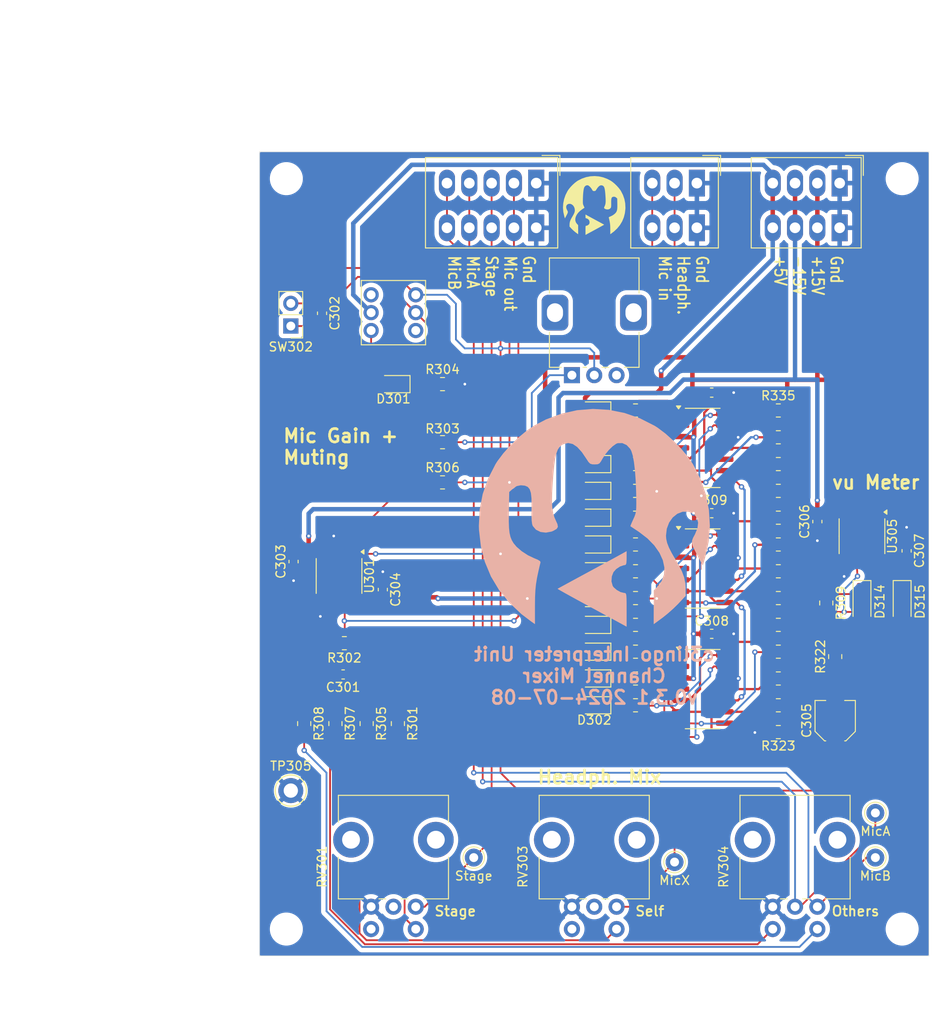
<source format=kicad_pcb>
(kicad_pcb (version 20240108) (generator "pcbnew") (generator_version "8.0")
  (title_block (title "c3lingo interpeter unit -- channel strip") (date "2024-07-07") (rev "v0.3") (company "Jannik Beyerstedt (jtbx)") (comment 1 "Prototype 2"))
  (layers (0 "F.Cu" signal) (31 "B.Cu" signal) (34 "B.Paste" user) (35 "F.Paste" user) (36 "B.SilkS" user "B.Silkscreen") (37 "F.SilkS" user "F.Silkscreen") (38 "B.Mask" user) (39 "F.Mask" user) (44 "Edge.Cuts" user))
  (net 0 "")
  (net 1 "-15V")
  (net 2 "+15V")
  (net 3 "GND")
  (net 4 "Net-(U301B--)")
  (net 5 "Net-(SW301A-B)")
  (net 6 "Net-(D301-K)")
  (net 7 "Net-(C305-Pad2)")
  (net 8 "Net-(D301-A)")
  (net 9 "Net-(D302-K)")
  (net 10 "Net-(D303-K)")
  (net 11 "Net-(D304-K)")
  (net 12 "Net-(D305-K)")
  (net 13 "Net-(D306-K)")
  (net 14 "Net-(D307-K)")
  (net 15 "Net-(D308-K)")
  (net 16 "Net-(D309-K)")
  (net 17 "Net-(D310-K)")
  (net 18 "Net-(D311-K)")
  (net 19 "Net-(D312-K)")
  (net 20 "Net-(D313-K)")
  (net 21 "Net-(D314-K)")
  (net 22 "Net-(D314-A)")
  (net 23 "/Mic_OthersB")
  (net 24 "/Mic_OthersA")
  (net 25 "/Stage")
  (net 26 "Net-(R310-Pad2)")
  (net 27 "Net-(R311-Pad2)")
  (net 28 "Net-(R312-Pad2)")
  (net 29 "Net-(R313-Pad2)")
  (net 30 "Net-(R314-Pad2)")
  (net 31 "Net-(R315-Pad2)")
  (net 32 "Net-(R316-Pad2)")
  (net 33 "Net-(R317-Pad2)")
  (net 34 "Net-(R318-Pad2)")
  (net 35 "Net-(R319-Pad2)")
  (net 36 "Net-(R320-Pad2)")
  (net 37 "Net-(R321-Pad2)")
  (net 38 "Net-(D315-K)")
  (net 39 "Net-(R305-Pad2)")
  (net 40 "Net-(U302D-+)")
  (net 41 "Net-(U302C-+)")
  (net 42 "Net-(U302B-+)")
  (net 43 "Net-(U302A-+)")
  (net 44 "Net-(U303D-+)")
  (net 45 "Net-(U303C-+)")
  (net 46 "Net-(U303B-+)")
  (net 47 "Net-(U303A-+)")
  (net 48 "Net-(U304D-+)")
  (net 49 "Net-(U304C-+)")
  (net 50 "/Mic_X")
  (net 52 "Net-(U304B-+)")
  (net 53 "Net-(U304A-+)")
  (net 54 "/Headphone")
  (net 56 "/MicPre")
  (net 57 "Net-(R301-Pad2)")
  (net 58 "Net-(R303-Pad1)")
  (net 60 "Net-(R307-Pad2)")
  (net 61 "Net-(R308-Pad2)")
  (net 62 "+5V")
  (footprint "c3lingo_unit-footprints:Potentiometer_Alps_RK09K_Double_Vertical" (layer "F.Cu") (at 67.5 164.5 90)
    (property "Reference" "RV301")
    (property "Value" "50K log.")
  )
  (footprint "c3lingo_unit-footprints:Potentiometer_Alps_RK09K_Double_Vertical" (layer "F.Cu") (at 90 164.5 90)
    (property "Reference" "RV303")
    (property "Value" "50K log.")
  )
  (footprint "Potentiometer_THT:Potentiometer_Alps_RK09K_Single_Vertical" (layer "F.Cu") (at 85 105 90)
    (property "Reference" "RV302" (hide yes))
    (property "Value" "10K log.")
  )
  (footprint "c3lingo_unit-footprints:Potentiometer_Alps_RK09K_Double_Vertical" (layer "F.Cu") (at 112.5 164.5 90)
    (property "Reference" "RV304")
    (property "Value" "50K log. st.")
  )
  (footprint "TestPoint:TestPoint_THTPad_D2.0mm_Drill1.0mm" (layer "F.Cu") (at 74 159)
    (property "Reference" "TP301" (hide yes))
    (property "Value" "Stage")
  )
  (footprint "LED_SMD:LED_0805_2012Metric_Pad1.15x1.40mm_HandSolder" (layer "F.Cu") (at 65 106 180)
    (property "Reference" "D301")
    (property "Value" "On-Air (rd)")
  )
  (footprint "TerminalBlock_Phoenix:TerminalBlock_Phoenix_PTSM-0,5-4-2.5-H-THR_1x04_P2.50mm_Horizontal" (layer "F.Cu") (at 115 83.5 180)
    (property "Reference" "J302" (hide yes))
    (property "Value" "PowerSupply")
  )
  (footprint "TerminalBlock_Phoenix:TerminalBlock_Phoenix_PTSM-0,5-5-2.5-H-THR_1x05_P2.50mm_Horizontal" (layer "F.Cu") (at 81 83.5 180)
    (property "Reference" "J303" (hide yes))
    (property "Value" "I/O")
  )
  (footprint "Resistor_SMD:R_0805_2012Metric_Pad1.20x1.40mm_HandSolder" (layer "F.Cu") (at 70.5 106)
    (property "Reference" "R304")
    (property "Value" "150R")
  )
  (footprint "c3lingo_unit-footprints:SW_APEM_MHPS2273_DPDT" (layer "F.Cu") (at 65 98 -90)
    (property "Reference" "SW301" (hide yes))
    (property "Value" "OnAir_X" (hide yes))
  )
  (footprint "MountingHole:MountingHole_3.2mm_M3" (layer "F.Cu") (at 53 83)
    (property "Reference" "H301" (hide yes))
    (property "Value" "MountingHole" (hide yes))
  )
  (footprint "MountingHole:MountingHole_3.2mm_M3" (layer "F.Cu") (at 53 167)
    (property "Reference" "H302" (hide yes))
    (property "Value" "MountingHole")
  )
  (footprint "MountingHole:MountingHole_3.2mm_M3" (layer "F.Cu") (at 122 167)
    (property "Reference" "H303" (hide yes))
    (property "Value" "MountingHole")
  )
  (footprint "Resistor_SMD:R_0805_2012Metric_Pad1.20x1.40mm_HandSolder" (layer "F.Cu") (at 108.125 138.95)
    (property "Reference" "R325" (hide yes))
    (property "Value" "68R")
  )
  (footprint "Resistor_SMD:R_0805_2012Metric_Pad1.20x1.40mm_HandSolder" (layer "F.Cu") (at 70.5 112.5 180)
    (property "Reference" "R303")
    (property "Value" "56R")
  )
  (footprint "Capacitor_SMD:C_0603_1608Metric_Pad1.08x0.95mm_HandSolder" (layer "F.Cu") (at 53.81 125.8625 90)
    (property "Reference" "C303")
    (property "Value" "100nF")
  )
  (footprint "MountingHole:MountingHole_3.2mm_M3" (layer "F.Cu") (at 122 83)
    (property "Reference" "H304" (hide yes))
    (property "Value" "MountingHole" (hide yes))
  )
  (footprint "Resistor_SMD:R_0805_2012Metric_Pad1.20x1.40mm_HandSolder" (layer "F.Cu") (at 92.125 126.95)
    (property "Reference" "R315" (hide yes))
    (property "Value" "150R")
  )
  (footprint "Resistor_SMD:R_0805_2012Metric_Pad1.20x1.40mm_HandSolder" (layer "F.Cu") (at 92.125 123.95)
    (property "Reference" "R316" (hide yes))
    (property "Value" "110R")
  )
  (footprint "Resistor_SMD:R_0805_2012Metric_Pad1.20x1.40mm_HandSolder" (layer "F.Cu") (at 92.125 138.95)
    (property "Reference" "R311" (hide yes))
    (property "Value" "150R")
  )
  (footprint "TestPoint:TestPoint_Keystone_5005-5009_Compact" (layer "F.Cu") (at 53.5 151.5)
    (property "Reference" "TP305")
    (property "Value" "GND")
  )
  (footprint "TestPoint:TestPoint_THTPad_D2.0mm_Drill1.0mm" (layer "F.Cu") (at 119 154)
    (property "Reference" "TP303" (hide yes))
    (property "Value" "MicA")
  )
  (footprint "Diode_SMD:D_SOD-123" (layer "F.Cu") (at 117.5 130.35 -90)
    (property "Reference" "D314")
    (property "Value" "1N4148")
  )
  (footprint "Capacitor_SMD:C_0603_1608Metric_Pad1.08x0.95mm_HandSolder" (layer "F.Cu") (at 112.5 121.3875 90)
    (property "Reference" "C306")
    (property "Value" "100nF")
  )
  (footprint "Resistor_SMD:R_0805_2012Metric_Pad1.20x1.40mm_HandSolder" (layer "F.Cu") (at 108.125 126.95)
    (property "Reference" "R329" (hide yes))
    (property "Value" "390R")
  )
  (footprint "LED_SMD:LED_0805_2012Metric_Pad1.15x1.40mm_HandSolder" (layer "F.Cu") (at 87.5 123.95 180)
    (property "Reference" "D308" (hide yes))
    (property "Value" "gn")
  )
  (footprint "Capacitor_SMD:C_0603_1608Metric_Pad1.08x0.95mm_HandSolder" (layer "F.Cu") (at 100.6625 133.95)
    (property "Reference" "C308")
    (property "Value" "100nF")
  )
  (footprint "LED_SMD:LED_0805_2012Metric_Pad1.15x1.40mm_HandSolder" (layer "F.Cu") (at 87.5 141.95 180)
    (property "Reference" "D302")
    (property "Value" "rd")
  )
  (footprint "Capacitor_SMD:C_0603_1608Metric_Pad1.08x0.95mm_HandSolder" (layer "F.Cu") (at 100.6625 120.45)
    (property "Reference" "C309")
    (property "Value" "100nF")
  )
  (footprint "Resistor_SMD:R_0805_2012Metric_Pad1.20x1.40mm_HandSolder" (layer "F.Cu") (at 92.125 117.95)
    (property "Reference" "R318" (hide yes))
    (property "Value" "110R")
  )
  (footprint "Package_SO:SOIC-14_3.9x8.7mm_P1.27mm" (layer "F.Cu") (at 99.65 126.64)
    (property "Reference" "U303" (hide yes))
    (property "Value" "LM339")
  )
  (footprint "LED_SMD:LED_0805_2012Metric_Pad1.15x1.40mm_HandSolder" (layer "F.Cu") (at 87.5 108.95 180)
    (property "Reference" "D313" (hide yes))
    (property "Value" "rd")
  )
  (footprint "LED_SMD:LED_0805_2012Metric_Pad1.15x1.40mm_HandSolder" (layer "F.Cu") (at 87.5 111.95 180)
    (property "Reference" "D312" (hide yes))
    (property "Value" "ye")
  )
  (footprint "LED_SMD:LED_0805_2012Metric_Pad1.15x1.40mm_HandSolder" (layer "F.Cu") (at 87.5 132.95 180)
    (property "Reference" "D305" (hide yes))
    (property "Value" "rd")
  )
  (footprint "Resistor_SMD:R_0805_2012Metric_Pad1.20x1.40mm_HandSolder" (layer "F.Cu") (at 92.125 114.95)
    (property "Reference" "R319" (hide yes))
    (property "Value" "150R")
  )
  (footprint "Resistor_SMD:R_0805_2012Metric_Pad1.20x1.40mm_HandSolder" (layer "F.Cu") (at 108.125 108.95)
    (property "Reference" "R335")
    (property "Value" "2.7K")
  )
  (footprint "Resistor_SMD:R_0805_2012Metric_Pad1.20x1.40mm_HandSolder" (layer "F.Cu") (at 108.125 129.95)
    (property "Reference" "R328" (hide yes))
    (property "Value" "270R")
  )
  (footprint "c3lingo_unit-footprints:voctocat-07mm" (layer "F.Cu") (at 87.5 86)
    (property "Reference" "G***" (hide yes))
    (property "Value" "LOGO" (hide yes))
  )
  (footprint "LED_SMD:LED_0805_2012Metric_Pad1.15x1.40mm_HandSolder" (layer "F.Cu") (at 87.5 120.95 180)
    (property "Reference" "D309" (hide yes))
    (property "Value" "gn")
  )
  (footprint "Resistor_SMD:R_0805_2012Metric_Pad1.20x1.40mm_HandSolder" (layer "F.Cu") (at 62 144 -90)
    (property "Reference" "R305")
    (property "Value" "22K")
  )
  (footprint "LED_SMD:LED_0805_2012Metric_Pad1.15x1.40mm_HandSolder" (layer "F.Cu") (at 87.5 129.95 180)
    (property "Reference" "D306" (hide yes))
    (property "Value" "ye")
  )
  (footprint "Capacitor_SMD:C_0603_1608Metric_Pad1.08x0.95mm_HandSolder" (layer "F.Cu") (at 122.5 124.6625 -90)
    (property "Reference" "C307")
    (property "Value" "100nF")
  )
  (footprint "LED_SMD:LED_0805_2012Metric_Pad1.15x1.40mm_HandSolder" (layer "F.Cu") (at 87.5 138.95 180)
    (property "Reference" "D303" (hide yes))
    (property "Value" "rd")
  )
  (footprint "Connector_PinHeader_2.54mm:PinHeader_1x02_P2.54mm_Vertical" (layer "F.Cu") (at 53.5 99.5 180)
    (property "Reference" "SW302")
    (property "Value" "Mute_X")
  )
  (footprint "Resistor_SMD:R_0805_2012Metric_Pad1.20x1.40mm_HandSolder" (layer "F.Cu") (at 58.5 144 -90)
    (property "Reference" "R307")
    (property "Value" "22K")
  )
  (footprint "LED_SMD:LED_0805_2012Metric_Pad1.15x1.40mm_HandSolder" (layer "F.Cu") (at 87.5 117.95 180)
    (property "Reference" "D310" (hide yes))
    (property "Value" "gn")
  )
  (footprint "Package_SO:SOIC-8_3.9x4.9mm_P1.27mm" (layer "F.Cu") (at 117.5 123.025 -90)
    (property "Reference" "U305")
    (property "Value" "LM833-N")
  )
  (footprint "Resistor_SMD:R_0805_2012Metric_Pad1.20x1.40mm_HandSolder" (layer "F.Cu") (at 108.125 132.95)
    (property "Reference" "R327" (hide yes))
    (property "Value" "150R")
  )
  (footprint "Resistor_SMD:R_0805_2012Metric_Pad1.20x1.40mm_HandSolder" (layer "F.Cu") (at 108.125 120.95)
    (property "Reference" "R331" (hide yes))
    (property "Value" "1K")
  )
  (footprint "Capacitor_SMD:C_0603_1608Metric_Pad1.08x0.95mm_HandSolder" (layer "F.Cu") (at 57 98.0675 -90)
    (property "Reference" "C302")
    (property "Value" "1nF")
  )
  (footprint "Diode_SMD:D_SOD-123" (layer "F.Cu") (at 122 130.35 -90)
    (property "Reference" "D315")
    (property "Value" "1N4148")
  )
  (footprint "TestPoint:TestPoint_THTPad_D2.0mm_Drill1.0mm" (layer "F.Cu") (at 96.5 159.5)
    (property "Reference" "TP302" (hide yes))
    (property "Value" "MicX")
  )
  (footprint "Capacitor_SMD:C_0603_1608Metric_Pad1.08x0.95mm_HandSolder" (layer "F.Cu") (at 63.81 129 -90)
    (property "Reference" "C304")
    (property "Value" "100nF")
  )
  (footprint "Resistor_SMD:R_0805_2012Metric_Pad1.20x1.40mm_HandSolder" (layer "F.Cu") (at 108.125 111.95)
    (property "Reference" "R334" (hide yes))
    (property "Value" "3.9K")
  )
  (footprint "Resistor_SMD:R_0805_2012Metric_Pad1.20x1.40mm_HandSolder" (layer "F.Cu") (at 113.5 130.5 -90)
    (property "Reference" "R309")
    (property "Value" "12K")
  )
  (footprint "Resistor_SMD:R_0805_2012Metric_Pad1.20x1.40mm_HandSolder" (layer "F.Cu") (at 59.5 135 180)
    (property "Reference" "R302")
    (property "Value" "22K")
  )
  (footprint "Resistor_SMD:R_0805_2012Metric_Pad1.20x1.40mm_HandSolder" (layer "F.Cu") (at 92.125 141.95)
    (property "Reference" "R310" (hide yes))
    (property "Value" "150R")
  )
  (footprint "Resistor_SMD:R_0805_2012Metric_Pad1.20x1.40mm_HandSolder" (layer "F.Cu") (at 70.5 117)
    (property "Reference" "R306")
    (property "Value" "330R")
  )
  (footprint "LED_SMD:LED_0805_2012Metric_Pad1.15x1.40mm_HandSolder" (layer "F.Cu") (at 87.5 126.95 180)
    (property "Reference" "D307" (hide yes))
    (property "Value" "ye")
  )
  (footprint "Resistor_SMD:R_0805_2012Metric_Pad1.20x1.40mm_HandSolder" (layer "F.Cu") (at 92.125 108.95)
    (property "Reference" "R321" (hide yes))
    (property "Value" "150R")
  )
  (footprint "Resistor_SMD:R_0805_2012Metric_Pad1.20x1.40mm_HandSolder" (layer "F.Cu") (at 92.125 120.95)
    (property "Reference" "R317" (hide yes))
    (property "Value" "110R")
  )
  (footprint "LED_SMD:LED_0805_2012Metric_Pad1.15x1.40mm_HandSolder" (layer "F.Cu") (at 87.5 135.95 180)
    (property "Reference" "D304" (hide yes))
    (property "Value" "rd")
  )
  (footprint "Resistor_SMD:R_0805_2012Metric_Pad1.20x1.40mm_HandSolder" (layer "F.Cu") (at 92.125 111.95)
    (property "Reference" "R320" (hide yes))
    (property "Value" "150R")
  )
  (footprint "Resistor_SMD:R_0805_2012Metric_Pad1.20x1.40mm_HandSolder" (layer "F.Cu") (at 108.125 141.95)
    (property "Reference" "R324" (hide yes))
    (property "Value" "39R")
  )
  (footprint "Resistor_SMD:R_0805_2012Metric_Pad1.20x1.40mm_HandSolder" (layer "F.Cu") (at 55 144 -90)
    (property "Reference" "R308")
    (property "Value" "22K")
  )
  (footprint "Resistor_SMD:R_0805_2012Metric_Pad1.20x1.40mm_HandSolder" (layer "F.Cu") (at 108.125 135.95)
    (property "Reference" "R326" (hide yes))
    (property "Value" "100R")
  )
  (footprint "Resistor_SMD:R_0805_2012Metric_Pad1.20x1.40mm_HandSolder" (layer "F.Cu") (at 108.125 117.95)
    (property "Reference" "R332" (hide yes))
    (property "Value" "1.5K")
  )
  (footprint "Resistor_SMD:R_0805_2012Metric_Pad1.20x1.40mm_HandSolder" (layer "F.Cu") (at 92.125 129.95)
    (property "Reference" "R314" (hide yes))
    (property "Value" "150R")
  )
  (footprint "Resistor_SMD:R_0805_2012Metric_Pad1.20x1.40mm_HandSolder" (layer "F.Cu") (at 92.125 132.95)
    (property "Reference" "R313" (hide yes))
    (property "Value" "150R")
  )
  (footprint "Capacitor_SMD:C_Elec_4x5.8" (layer "F.Cu") (at 114.5 143.675 90)
    (property "Reference" "C305")
    (property "Value" "1uF")
  )
  (footprint "TestPoint:TestPoint_THTPad_D2.0mm_Drill1.0mm" (layer "F.Cu") (at 119 159)
    (property "Reference" "TP304" (hide yes))
    (property "Value" "MicB")
  )
  (footprint "Resistor_SMD:R_0805_2012Metric_Pad1.20x1.40mm_HandSolder" (layer "F.Cu") (at 92.125 135.95)
    (property "Reference" "R312" (hide yes))
    (property "Value" "150R")
  )
  (footprint "Package_SO:SOIC-14_3.9x8.7mm_P1.27mm" (layer "F.Cu") (at 99.65 140.14)
    (property "Reference" "U302" (hide yes))
    (property "Value" "LM339")
  )
  (footprint "Capacitor_SMD:C_0603_1608Metric_Pad1.08x0.95mm_HandSolder" (layer "F.Cu") (at 59.3625 138.5 180)
    (property "Reference" "C301")
    (property "Value" "22pF")
  )
  (footprint "Resistor_SMD:R_0805_2012Metric_Pad1.20x1.40mm_HandSolder" (layer "F.Cu") (at 65.5 144 -90)
    (property "Reference" "R301")
    (property "Value" "22K")
  )
  (footprint "Package_SO:SOIC-14_3.9x8.7mm_P1.27mm" (layer "F.Cu") (at 99.65 113.14)
    (property "Reference" "U304" (hide yes))
    (property "Value" "LM339")
  )
  (footprint "LED_SMD:LED_0805_2012Metric_Pad1.15x1.40mm_HandSolder" (layer "F.Cu") (at 87.5 114.95 180)
    (property "Reference" "D311" (hide yes))
    (property "Value" "ye")
  )
  (footprint "Resistor_SMD:R_0805_2012Metric_Pad1.20x1.40mm_HandSolder" (layer "F.Cu") (at 108.125 144.95)
    (property "Reference" "R323")
    (property "Value" "68R")
  )
  (footprint "Capacitor_SMD:C_0603_1608Metric_Pad1.08x0.95mm_HandSolder" (layer "F.Cu") (at 100.6625 106.95)
    (property "Reference" "C310" (hide yes))
    (property "Value" "100nF")
  )
  (footprint "Resistor_SMD:R_0805_2012Metric_Pad1.20x1.40mm_HandSolder" (layer "F.Cu") (at 108.125 123.95)
    (property "Reference" "R330" (hide yes))
    (property "Value" "680R")
  )
  (footprint "Package_SO:SOIC-8_3.9x4.9mm_P1.27mm" (layer "F.Cu") (at 58.905 127.475 -90)
    (property "Reference" "U301")
    (property "Value" "LM833-N")
  )
  (footprint "TerminalBlock_Phoenix:TerminalBlock_Phoenix_PTSM-0,5-3-2.5-H-THR_1x03_P2.50mm_Horizontal" (layer "F.Cu") (at 99 83.5 180)
    (property "Reference" "J301" (hide yes))
    (property "Value" "Interconnect")
  )
  (footprint "Resistor_SMD:R_0805_2012Metric_Pad1.20x1.40mm_HandSolder" (layer "F.Cu") (at 114.5 136.5 90)
    (property "Reference" "R322")
    (property "Value" "1K")
  )
  (footprint "Resistor_SMD:R_0805_2012Metric_Pad1.20x1.40mm_HandSolder" (layer "F.Cu") (at 108.125 114.95)
    (property "Reference" "R333" (hide yes))
    (property "Value" "2.7K")
  )
  (footprint "c3lingo_unit-footprints:voctocat-25mm" (layer "B.Cu") (at 87.5 120.95 180)
    (property "Reference" "G***" (hide yes))
    (property "Value" "LOGO" (hide yes))
  )
  (gr_line (start 50 170) (end 50 80) (stroke (width 0.05)) (layer "Edge.Cuts"))
  (gr_line (start 125 170) (end 50 170) (stroke (width 0.05)) (layer "Edge.Cuts"))
  (gr_line (start 125 80) (end 125 170) (stroke (width 0.05)) (layer "Edge.Cuts"))
  (gr_line (start 50 80) (end 125 80) (stroke (width 0.05)) (layer "Edge.Cuts"))
  (gr_text "c3lingo Interpreter Unit\nChannel Mixer\nv0.3.1 2024-07-08" (at 87.5 141.95 0) (layer "B.SilkS") (effects (font (size 1.5 1.5) (thickness 0.3) (bold yes)) (justify bottom mirror)))
  (gr_text "Headph. Mix" (at 81 150 0) (layer "F.SilkS") (effects (font (size 1.5 1.5) (thickness 0.3)) (justify left)))
  (gr_text "Gnd\nMic out\nStage\nMicA\nMicB" (at 76 91.5 -90) (layer "F.SilkS") (effects (font (size 1.3 1.1) (thickness 0.2)) (justify left)))
  (gr_text "Stage" (at 69.5 165 0) (layer "F.SilkS") (effects (font (size 1.1 1.1) (thickness 0.2)) (justify left)))
  (gr_text "Self" (at 92 165 0) (layer "F.SilkS") (effects (font (size 1.1 1.1) (thickness 0.2)) (justify left)))
  (gr_text "Others" (at 114 165 0) (layer "F.SilkS") (effects (font (size 1.1 1.1) (thickness 0.2)) (justify left)))
  (gr_text "Gnd\n+15V\n-15V\n+5V" (at 111.5 91.5 270) (layer "F.SilkS") (effects (font (size 1.3 1.1) (thickness 0.2)) (justify left)))
  (gr_text "Mic Gain +\nMuting" (at 52.5 113 0) (layer "F.SilkS") (effects (font (size 1.5 1.5) (thickness 0.3)) (justify left)))
  (gr_text "Gnd\nHeadph.\nMic in" (at 97.5 91.5 270) (layer "F.SilkS") (effects (font (size 1.3 1.1) (thickness 0.2)) (justify left)))
  (gr_text "vu Meter" (at 114 117 0) (layer "F.SilkS") (effects (font (size 1.5 1.5) (thickness 0.3)) (justify left)))
  (segment (start 56.905 125.025) (end 55.5 125.025) (width 0.5) (layer "F.Cu") (net 1))
  (segment (start 115.57 120.525) (end 115.595 120.55) (width 0.5) (layer "F.Cu") (net 1))
  (segment (start 112.5 120.525) (end 115.57 120.525) (width 0.5) (layer "F.Cu") (net 1))
  (segment (start 55.5 125.025) (end 53.835 125.025) (width 0.5) (layer "F.Cu") (net 1))
  (segment (start 55.5 123) (end 55.5 125.025) (width 0.5) (layer "F.Cu") (net 1))
  (segment (start 53.835 125.025) (end 53.81 125) (width 0.5) (layer "F.Cu") (net 1))
  (segment (start 112.5 119) (end 112.5 120.525) (width 0.5) (layer "F.Cu") (net 1))
  (segment (start 110 83.5) (end 110 88.5) (width 0.5) (layer "F.Cu") (net 1))
  (via (at 112.5 119) (size 0.6) (drill 0.3) (layers "F.Cu" "B.Cu") (net 1))
  (via (at 55.5 123) (size 0.6) (drill 0.3) (layers "F.Cu" "B.Cu") (net 1))
  (segment (start 56 120) (end 55.5 120.5) (width 0.5) (layer "B.Cu") (net 1))
  (segment (start 97.5 105.5) (end 110 105.5) (width 0.5) (layer "B.Cu") (net 1))
  (segment (start 83.5 107.5) (end 83.5 119) (width 0.5) (layer "B.Cu") (net 1))
  (segment (start 82.5 120) (end 56 120) (width 0.5) (layer "B.Cu") (net 1))
  (segment (start 84 107) (end 83.5 107.5) (width 0.5) (layer "B.Cu") (net 1))
  (segment (start 84 107) (end 96 107) (width 0.5) (layer "B.Cu") (net 1))
  (segment (start 112.5 105.5) (end 112.5 119) (width 0.5) (layer "B.Cu") (net 1))
  (segment (start 83.5 119) (end 82.5 120) (width 0.5) (layer "B.Cu") (net 1))
  (segment (start 96 107) (end 97.5 105.5) (width 0.5) (layer "B.Cu") (net 1))
  (segment (start 110 105.5) (end 112.5 105.5) (width 0.5) (layer "B.Cu") (net 1))
  (segment (start 110 105.5) (end 110 88.5) (width 0.5) (layer "B.Cu") (net 1))
  (segment (start 55.5 120.5) (end 55.5 123) (width 0.5) (layer "B.Cu") (net 1))
  (segment (start 112.5 88.5) (end 112.5 103) (width 0.5) (layer "F.Cu") (net 2))
  (segment (start 63.7225 129.95) (end 63.81 129.8625) (width 0.5) (layer "F.Cu") (net 2))
  (segment (start 98.625 111.95) (end 97.255 111.95) (width 0.5) (layer "F.Cu") (net 2))
  (segment (start 83 103) (end 82 104) (width 0.5) (layer "F.Cu") (net 2))
  (segment (start 97.255 138.95) (end 97.175 138.87) (width 0.5) (layer "F.Cu") (net 2))
  (segment (start 112.5 105.515) (end 120.515 105.515) (width 0.5) (layer "F.Cu") (net 2))
  (segment (start 60.81 129.95) (end 63.7225 129.95) (width 0.5) (layer "F.Cu") (net 2))
  (segment (start 98.5 106.5) (end 98.5 105.5) (width 0.5) (layer "F.Cu") (net 2))
  (segment (start 109.125 105.64) (end 109 105.515) (width 0.5) (layer "F.Cu") (net 2))
  (segment (start 98.625 120.45) (end 99.625 120.45) (width 0.5) (layer "F.Cu") (net 2))
  (segment (start 98.75 106.95) (end 99.8 106.95) (width 0.5) (layer "F.Cu") (net 2))
  (segment (start 98.515 105.515) (end 98.5 105.5) (width 0.5) (layer "F.Cu") (net 2))
  (segment (start 120.515 105.515) (end 121 106) (width 0.5) (layer "F.Cu") (net 2))
  (segment (start 97.255 111.95) (end 97.175 111.87) (width 0.5) (layer "F.Cu") (net 2))
  (segment (start 70 130) (end 69.8625 129.8625) (width 0.5) (layer "F.Cu") (net 2))
  (segment (start 98.625 133.95) (end 99.625 133.95) (width 0.5) (layer "F.Cu") (net 2))
  (segment (start 98 103) (end 98.5 103.5) (width 0.5) (layer "F.Cu") (net 2))
  (segment (start 119.405 125.5) (end 121 125.5) (width 0.5) (layer "F.Cu") (net 2))
  (segment (start 98.625 125.45) (end 97.255 125.45) (width 0.5) (layer "F.Cu") (net 2))
  (segment (start 81.5 130) (end 80 130) (width 0.5) (layer "F.Cu") (net 2))
  (segment (start 82 129.5) (end 81.5 130) (width 0.5) (layer "F.Cu") (net 2))
  (segment (start 98.5 103.5) (end 98.5 105.5) (width 0.5) (layer "F.Cu") (net 2))
  (segment (start 121 125.5) (end 122.475 125.5) (width 0.5) (layer "F.Cu") (net 2))
  (segment (start 98.7 106.7) (end 98.7 107) (width 0.5) (layer "F.Cu") (net 2))
  (segment (start 82 104) (end 82 129.5) (width 0.5) (layer "F.Cu") (net 2))
  (segment (start 98.625 138.95) (end 97.255 138.95) (width 0.5) (layer "F.Cu") (net 2))
  (segment (start 109.125 108.95) (end 109.125 105.64) (width 0.5) (layer "F.Cu") (net 2))
  (segment (start 97.255 125.45) (end 97.175 125.37) (width 0.5) (layer "F.Cu") (net 2))
  (segment (start 112.5 105.515) (end 109 105.515) (width 0.5) (layer "F.Cu") (net 2))
  (segment (start 98.7 107) (end 98.75 106.95) (width 0.5) (layer "F.Cu") (net 2))
  (segment (start 98.5 106.5) (end 98.7 106.7) (width 0.5) (layer "F.Cu") (net 2))
  (segment (start 83 103) (end 98 103) (width 0.5) (layer "F.Cu") (net 2))
  (segment (start 98.7 120.525) (end 98.7 125.375) (width 0.5) (layer "F.Cu") (net 2))
  (segment (start 109 105.515) (end 98.515 105.515) (width 0.5) (layer "F.Cu") (net 2))
  (segment (start 98.7 107) (end 98.7 111.875) (width 0.5) (layer "F.Cu") (net 2))
  (segment (start 98.7 125.375) (end 98.625 125.45) (width 0.5) (layer "F.Cu") (net 2))
  (segment (start 69.8625 129.8625) (end 63.81 129.8625) (width 0.5) (layer "F.Cu") (net 2))
  (segment (start 112.5 103) (end 112.5 105.515) (width 0.5) (layer "F.Cu") (net 2))
  (segment (start 112.5 83.5) (end 112.5 88.5) (width 0.5) (layer "F.Cu") (net 2))
  (segment (start 98.625 111.95) (end 98.7 111.875) (width 0.5) (layer "F.Cu") (net 2))
  (segment (start 121 106) (end 121 125.5) (width 0.5) (layer "F.Cu") (net 2))
  (segment (start 63.6975 129.975) (end 63.81 129.8625) (width 0.5) (layer "F.Cu") (net 2))
  (segment (start 122.475 125.5) (end 122.5 125.525) (width 0.5) (layer "F.Cu") (net 2))
  (segment (start 98.625 120.45) (end 98.7 120.525) (width 0.5) (layer "F.Cu") (net 2))
  (via (at 98.625 138.95) (size 0.6) (drill 0.3) (layers "F.Cu" "B.Cu") (net 2))
  (via (at 98.625 133.95) (size 0.6) (drill 0.3) (layers "F.Cu" "B.Cu") (net 2))
  (via (at 70 130) (size 0.6) (drill 0.3) (layers "F.Cu" "B.Cu") (net 2))
  (via (at 98.625 120.45) (size 0.6) (drill 0.3) (layers "F.Cu" "B.Cu") (net 2))
  (via (at 98.625 125.45) (size 0.6) (drill 0.3) (layers "F.Cu" "B.Cu") (net 2))
  (via (at 98.625 111.95) (size 0.6) (drill 0.3) (layers "F.Cu" "B.Cu") (net 2))
  (via (at 80 130) (size 0.6) (drill 0.3) (layers "F.Cu" "B.Cu") (net 2))
  (segment (start 98.625 125.45) (end 98.625 133.95) (width 0.5) (layer "B.Cu") (net 2))
  (segment (start 98.625 120.45) (end 98.625 111.95) (width 0.5) (layer "B.Cu") (net 2))
  (segment (start 98.625 133.95) (end 98.625 138.95) (width 0.5) (layer "B.Cu") (net 2))
  (segment (start 112.5 83.5) (end 112.5 83.34939) (width 0.5) (layer "B.Cu") (net 2))
  (segment (start 80 130) (end 70 130) (width 0.5) (layer "B.Cu") (net 2))
  (segment (start 101.7 133.95) (end 103.125 133.95) (width 0.5) (layer "F.Cu") (net 3))
  (segment (start 112.5 122.25) (end 112.5 123.525) (width 0.5) (layer "F.Cu") (net 3))
  (segment (start 115.595 127.43) (end 115.5 127.525) (width 0.5) (layer "F.Cu") (net 3))
  (segment (start 101.7 106.95) (end 103.125 106.95) (width 0.5) (layer "F.Cu") (net 3))
  (segment (start 115.595 125.5) (end 115.595 127.43) (width 0.5) (layer "F.Cu") (net 3))
  (segment (start 57 129.95) (end 57 131.81) (width 0.5) (layer "F.Cu") (net 3))
  (segment (start 102.125 138.87) (end 103.625 138.95) (width 0.5) (layer "F.Cu") (net 3))
  (segment (start 102.125 125.37) (end 103.625 125.45) (width 0.5) (layer "F.Cu") (net 3))
  (segment (start 105.5 145) (end 105.55 144.95) (width 0.5) (layer "F.Cu") (net 3))
  (segment (start 58.27 125) (end 58.31 123) (width 0.5) (layer "F.Cu") (net 3))
  (segment (start 103.545 111.87) (end 103.625 111.95) (width 0.5) (layer "F.Cu") (net 3))
  (segment (start 53.81 126.725) (end 53.81 128) (width 0.5) (layer "F.Cu") (net 3))
  (segment (start 107.125 144.95) (end 105.5 145) (width 0.5) (layer "F.Cu") (net 3))
  (segment (start 103.625 125.45) (end 103.545 125.37) (width 0.5) (layer "F.Cu") (net 3))
  (segment (start 58.31 123) (end 58.27 123.04) (width 0.5) (layer "F.Cu") (net 3))
  (segment (start 71.5 106) (end 73 106) (width 0.5) (layer "F.Cu") (net 3))
  (segment (start 101.7 120.45) (end 103.125 120.45) (width 0.5) (layer "F.Cu") (net 3))
  (segment (start 57 131.81) (end 56.81 132) (width 0.5) (layer "F.Cu") (net 3))
  (segment (start 102.125 111.87) (end 103.545 111.87) (width 0.5) (layer "F.Cu") (net 3))
  (segment (start 103.625 138.95) (end 103.545 138.87) (width 0.5) (layer "F.Cu") (net 3))
  (segment (start 122.5 123.8) (end 122.5 122.025) (width 0.5) (layer "F.Cu") (net 3))
  (segment (start 63.81 128.1375) (end 63.81 127) (width 0.5) (layer "F.Cu") (net 3))
  (via (at 53.81 128) (size 0.6) (drill 0.3) (layers "F.Cu" "B.Cu") (net 3))
  (via (at 73 106) (size 0.6) (drill 0.3) (layers "F.Cu" "B.Cu") (net 3))
  (via (at 103.125 106.95) (size 0.6) (drill 0.3) (layers "F.Cu" "B.Cu") (net 3))
  (via (at 112.5 123.525) (size 0.6) (drill 0.3) (layers "F.Cu" "B.Cu") (net 3))
  (via (at 122.5 122.025) (size 0.6) (drill 0.3) (layers "F.Cu" "B.Cu") (net 3))
  (via (at 115.5 127.525) (size 0.6) (drill 0.3) (layers "F.Cu" "B.Cu") (net 3))
  (via (at 103.125 120.45) (size 0.6) (drill 0.3) (layers "F.Cu" "B.Cu") (net 3))
  (via (at 58.31 123) (size 0.6) (drill 0.3) (layers "F.Cu" "B.Cu") (net 3))
  (via (at 103.125 133.95) (size 0.6) (drill 0.3) (layers "F.Cu" "B.Cu") (net 3))
  (via (at 103.625 138.95) (size 0.6) (drill 0.3) (layers "F.Cu" "B.Cu") (net 3))
  (via (at 56.81 132) (size 0.6) (drill 0.3) (layers "F.Cu" "B.Cu") (net 3))
  (via (at 63.81 127) (size 0.6) (drill 0.3) (layers "F.Cu" "B.Cu") (net 3))
  (via (at 103.625 111.95) (size 0.6) (drill 0.3) (layers "F.Cu" "B.Cu") (net 3))
  (via (at 103.625 125.45) (size 0.6) (drill 0.3) (layers "F.Cu" "B.Cu") (net 3))
  (via (at 105.5 145) (size 0.6) (drill 0.3) (layers "F.Cu" "B.Cu") (net 3))
  (segment (start 58.27 133.77) (end 58.27 129.95) (width 0.2) (layer "F.Cu") (net 4))
  (segment (start 58.5 138.5) (end 58.5 143) (width 0.2) (layer "F.Cu") (net 4))
  (segment (start 58.5 134) (end 58.27 133.77) (width 0.2) (layer "F.Cu") (net 4))
  (segment (start 55 143) (end 65.5 143) (width 0.2) (layer "F.Cu") (net 4))
  (segment (start 58.5 135) (end 58.5 134) (width 0.2) (layer "F.Cu") (net 4))
  (segment (start 58.5 138.5) (end 58.5 135) (width 0.2) (layer "F.Cu") (net 4))
  (segment (start 70.45 100.95) (end 70.45 108.55) (width 0.2) (layer "F.Cu") (net 5))
  (segment (start 58.525 96.475) (end 61 94) (width 0.2) (layer "F.Cu") (net 5))
  (segment (start 68 112.5) (end 69.5 112.5) (width 0.2) (layer "F.Cu") (net 5))
  (segment (start 53.5 99.5) (end 56.43 99.5) (width 0.2) (layer "F.Cu") (net 5))
  (segment (start 68 111) (end 68 112.5) (width 0.2) (layer "F.Cu") (net 5))
  (segment (start 69.5 112.5) (end 69.5 117) (width 0.2) (layer "F.Cu") (net 5))
  (segment (start 58.525 98.475) (end 58.07 98.93) (width 0.2) (layer "F.Cu") (net 5))
  (segment (start 70.45 108.55) (end 68 111) (width 0.2) (layer "F.Cu") (net 5))
  (segment (start 58.07 98.93) (end 57 98.93) (width 0.2) (layer "F.Cu") (net 5))
  (segment (start 58.525 98.475) (end 58.525 96.475) (width 0.2) (layer "F.Cu") (net 5))
  (segment (start 63.5 94) (end 61 94) (width 0.2) (layer "F.Cu") (net 5))
  (segment (start 56.43 99.5) (end 57 98.93) (width 0.2) (layer "F.Cu") (net 5))
  (segment (start 69.5 117) (end 69 117.5) (width 0.2) (layer "F.Cu") (net 5))
  (segment (start 66.065001 117.5) (end 59.54 124.025001) (width 0.2) (layer "F.Cu") (net 5))
  (segment (start 67.5 98) (end 70.45 100.95) (width 0.2) (layer "F.Cu") (net 5))
  (segment (start 67.5 98) (end 63.5 94) (width 0.2) (layer "F.Cu") (net 5))
  (segment (start 59.54 124.025001) (end 59.54 125) (width 0.2) (layer "F.Cu") (net 5))
  (segment (start 69 117.5) (end 66.065001 117.5) (width 0.2) (layer "F.Cu") (net 5))
  (segment (start 66.25 106) (end 69.5 106) (width 0.2) (layer "F.Cu") (net 6))
  (segment (start 114.5 142) (end 114.5 137.5) (width 0.2) (layer "F.Cu") (net 7))
  (segment (start 62.5 104.525) (end 63.975 106) (width 0.2) (layer "F.Cu") (net 8))
  (segment (start 62.5 100) (end 62.5 104.525) (width 0.2) (layer "F.Cu") (net 8))
  (segment (start 88.875 141.95) (end 91.125 141.95) (width 0.25) (layer "F.Cu") (net 9))
  (segment (start 88.875 138.95) (end 91.125 138.95) (width 0.25) (layer "F.Cu") (net 10))
  (segment (start 88.875 135.95) (end 91.125 135.95) (width 0.25) (layer "F.Cu") (net 11))
  (segment (start 88.875 132.95) (end 91.125 132.95) (width 0.25) (layer "F.Cu") (net 12))
  (segment (start 88.875 129.95) (end 91.125 129.95) (width 0.25) (layer "F.Cu") (net 13))
  (segment (start 88.875 126.95) (end 91.125 126.95) (width 0.25) (layer "F.Cu") (net 14))
  (segment (start 88.875 123.95) (end 91.125 123.95) (width 0.25) (layer "F.Cu") (net 15))
  (segment (start 88.875 120.95) (end 91.125 120.95) (width 0.25) (layer "F.Cu") (net 16))
  (segment (start 88.875 117.95) (end 91.125 117.95) (width 0.25) (layer "F.Cu") (net 17))
  (segment (start 88.875 114.95) (end 91.125 114.95) (width 0.25) (layer "F.Cu") (net 18))
  (segment (start 88.875 111.95) (end 91.125 111.95) (width 0.25) (layer "F.Cu") (net 19))
  (segment (start 88.875 108.95) (end 91.125 108.95) (width 0.25) (layer "F.Cu") (net 20))
  (segment (start 122 132) (end 122 131.5) (width 0.2) (layer "F.Cu") (net 21))
  (segment (start 118.135 128.065) (end 118.135 125.5) (width 0.2) (layer "F.Cu") (net 21))
  (segment (start 117.5 128.7) (end 118.135 128.065) (width 0.2) (layer "F.Cu") (net 21))
  (segment (start 122.619408 127.9) (end 118.3 127.9) (width 0.2) (layer "F.Cu") (net 21))
  (segment (start 118.3 127.9) (end 117.5 128.7) (width 0.2) (layer "F.Cu") (net 21))
  (segment (start 122.95 128.230592) (end 122.619408 127.9) (width 0.2) (layer "F.Cu") (net 21))
  (segment (start 122.95 130.55) (end 122.95 128.230592) (width 0.2) (layer "F.Cu") (net 21))
  (segment (start 122 131.5) (end 122.95 130.55) (width 0.2) (layer "F.Cu") (net 21))
  (segment (start 114.5 132.5) (end 113.5 131.5) (width 0.2) (layer "F.Cu") (net 22))
  (segment (start 117 131.5) (end 117.5 132) (width 0.2) (layer "F.Cu") (net 22))
  (segment (start 114.5 135.5) (end 114.5 132.5) (width 0.2) (layer "F.Cu") (net 22))
  (segment (start 117 127.5) (end 116.865 127.365) (width 0.2) (layer "F.Cu") (net 22))
  (segment (start 116.865 125.5) (end 117 127.5) (width 0.2) (layer "F.Cu") (net 22))
  (segment (start 113.5 131.5) (end 117 131.5) (width 0.2) (layer "F.Cu") (net 22))
  (via (at 115.5 131.5) (size 0.6) (drill 0.3) (layers "F.Cu" "B.Cu") (net 22))
  (via (at 117 127.5) (size 0.6) (drill 0.3) (layers "F.Cu" "B.Cu") (net 22))
  (segment (start 115.5 129) (end 115.5 131.5) (width 0.2) (layer "B.Cu") (net 22))
  (segment (start 117 127.5) (end 115.5 129) (width 0.2) (layer "B.Cu") (net 22))
  (segment (start 118 159) (end 119 159) (width 0.2) (layer "F.Cu") (net 23))
  (segment (start 71 89.636396) (end 74 92.636396) (width 0.2) (layer "F.Cu") (net 23))
  (segment (start 112.5 164.5) (end 118 159) (width 0.2) (layer "F.Cu") (net 23))
  (segment (start 71 88.5) (end 71 88.35) (width 0.2) (layer "F.Cu") (net 23))
  (segment (start 74 92.636396) (end 74 149.5) (width 0.2) (layer "F.Cu") (net 23))
  (segment (start 71 88.35) (end 71 89.636396) (width 0.2) (layer "F.Cu") (net 23))
  (segment (start 71 83.5) (end 71 88.5) (width 0.2) (layer "F.Cu") (net 23))
  (via (at 74 149.5) (size 0.6) (drill 0.3) (layers "F.Cu" "B.Cu") (net 23))
  (segment (start 111.5 152) (end 111.5 163.5) (width 0.2) (layer "B.Cu") (net 23))
  (segment (start 74 149.5) (end 109 149.5) (width 0.2) (layer "B.Cu") (net 23))
  (segment (start 109 149.5) (end 111.5 152) (width 0.2) (layer "B.Cu") (net 23))
  (segment (start 111.5 163.5) (end 112.5 164.5) (width 0.2) (layer "B.Cu") (net 23))
  (segment (start 119 156.073402) (end 119 154) (width 0.2) (layer "F.Cu") (net 24))
  (segment (start 73.5 91.5) (end 75 93) (width 0.2) (layer "F.Cu") (net 24))
  (segment (start 110.573402 164.5) (end 119 156.073402) (width 0.2) (layer "F.Cu") (net 24))
  (segment (start 110 164.5) (end 110.573402 164.5) (width 0.2) (layer "F.Cu") (net 24))
  (segment (start 75 93) (end 75 150.5) (width 0.2) (layer "F.Cu") (net 24))
  (segment (start 73.5 83.5) (end 73.5 88.5) (width 0.2) (layer "F.Cu") (net 24))
  (segment (start 73.5 88.5) (end 73.5 91.5) (width 0.2) (layer "F.Cu") (net 24))
  (via (at 75 150.5) (size 0.6) (drill 0.3) (layers "F.Cu" "B.Cu") (net 24))
  (segment (start 108.5 150.5) (end 110 152) (width 0.2) (layer "B.Cu") (net 24))
  (segment (start 110 152) (end 110 164.5) (width 0.2) (layer "B.Cu") (net 24))
  (segment (start 75 150.5) (end 108.5 150.5) (width 0.2) (layer "B.Cu") (net 24))
  (segment (start 76 157) (end 74 159) (width 0.2) (layer "F.Cu") (net 25))
  (segment (start 68.5 164.5) (end 67.5 164.5) (width 0.2) (layer "F.Cu") (net 25))
  (segment (start 76 83.5) (end 76 88.5) (width 0.2) (layer "F.Cu") (net 25))
  (segment (start 74 159) (end 68.5 164.5) (width 0.2) (layer "F.Cu") (net 25))
  (segment (start 76 88.5) (end 76 157) (width 0.2) (layer "F.Cu") (net 25))
  (segment (start 100.67 136.33) (end 100.5 136.5) (width 0.2) (layer "F.Cu") (net 26))
  (segment (start 102.125 136.33) (end 100.67 136.33) (width 0.2) (layer "F.Cu") (net 26))
  (segment (start 93.175 142) (end 93.125 141.95) (width 0.2) (layer "F.Cu") (net 26))
  (segment (start 94.5 142) (end 93.175 142) (width 0.2) (layer "F.Cu") (net 26))
  (via (at 100.5 136.5) (size 0.6) (drill 0.3) (layers "F.Cu" "B.Cu") (net 26))
  (via (at 94.5 142) (size 0.6) (drill 0.3) (layers "F.Cu" "B.Cu") (net 26))
  (segment (start 100.5 136.5) (end 99.325 137.675) (width 0.2) (layer "B.Cu") (net 26))
  (segment (start 99.325 137.675) (end 99.325 139.23995) (width 0.2) (layer "B.Cu") (net 26))
  (segment (start 99.325 139.23995) (end 96.56495 142) (width 0.2) (layer "B.Cu") (net 26))
  (segment (start 96.56495 142) (end 94.5 142) (width 0.2) (layer "B.Cu") (net 26))
  (segment (start 97.038738 145.5) (end 95.35 143.811262) (width 0.2) (layer "F.Cu") (net 27))
  (segment (start 95.35 141.175) (end 93.125 138.95) (width 0.2) (layer "F.Cu") (net 27))
  (segment (start 100.9 137.6) (end 100.5 138) (width 0.2) (layer "F.Cu") (net 27))
  (segment (start 102.125 137.6) (end 100.9 137.6) (width 0.2) (layer "F.Cu") (net 27))
  (segment (start 99 145.5) (end 97.038738 145.5) (width 0.2) (layer "F.Cu") (net 27))
  (segment (start 95.35 143.811262) (end 95.35 141.175) (width 0.2) (layer "F.Cu") (net 27))
  (via (at 99 145.5) (size 0.6) (drill 0.3) (layers "F.Cu" "B.Cu") (net 27))
  (via (at 100.5 138) (size 0.6) (drill 0.3) (layers "F.Cu" "B.Cu") (net 27))
  (segment (start 100.5 138.701346) (end 98.85 140.351346) (width 0.2) (layer "B.Cu") (net 27))
  (segment (start 98.85 140.351346) (end 98.85 145.35) (width 0.2) (layer "B.Cu") (net 27))
  (segment (start 98.85 145.35) (end 99 145.5) (width 0.2) (layer "B.Cu") (net 27))
  (segment (start 100.5 138) (end 100.5 138.701346) (width 0.2) (layer "B.Cu") (net 27))
  (segment (start 97.175 136.33) (end 93.505 136.33) (width 0.2) (layer "F.Cu") (net 28))
  (segment (start 93.505 136.33) (end 93.125 135.95) (width 0.2) (layer "F.Cu") (net 28))
  (segment (start 97.175 137.6) (end 93.119544 137.6) (width 0.2) (layer "F.Cu") (net 29))
  (segment (start 92.175 136.655456) (end 92.175 133.9) (width 0.2) (layer "F.Cu") (net 29))
  (segment (start 92.175 133.9) (end 93.125 132.95) (width 0.2) (layer "F.Cu") (net 29))
  (segment (start 93.119544 137.6) (end 92.175 136.655456) (width 0.2) (layer "F.Cu") (net 29))
  (segment (start 93.175 130) (end 93.125 129.95) (width 0.2) (layer "F.Cu") (net 30))
  (segment (start 102.125 122.83) (end 100.67 122.83) (width 0.2) (layer "F.Cu") (net 30))
  (segment (start 94.5 130) (end 93.175 130) (width 0.2) (layer "F.Cu") (net 30))
  (segment (start 100.67 122.83) (end 100.5 123) (width 0.2) (layer "F.Cu") (net 30))
  (via (at 100.5 123) (size 0.6) (drill 0.3) (layers "F.Cu" "B.Cu") (net 30))
  (via (at 94.5 130) (size 0.6) (drill 0.3) (layers "F.Cu" "B.Cu") (net 30))
  (segment (start 100.5 123) (end 100 123) (width 0.2) (layer "B.Cu") (net 30))
  (segment (start 94.5 128.5) (end 94.5 130) (width 0.2) (layer "B.Cu") (net 30))
  (segment (start 100 123) (end 94.5 128.5) (width 0.2) (layer "B.Cu") (net 30))
  (segment (start 99.5 132) (end 97.038738 132) (width 0.2) (layer "F.Cu") (net 31))
  (segment (start 95.5 130.461262) (end 95.5 129.325) (width 0.2) (layer "F.Cu") (net 31))
  (segment (start 95.5 129.325) (end 93.125 126.95) (width 0.2) (layer "F.Cu") (net 31))
  (segment (start 97.038738 132) (end 95.5 130.461262) (width 0.2) (layer "F.Cu") (net 31))
  (segment (start 102.125 124.1) (end 100.9 124.1) (width 0.2) (layer "F.Cu") (net 31))
  (segment (start 100.9 124.1) (end 100.5 124.5) (width 0.2) (layer "F.Cu") (net 31))
  (via (at 100.5 124.5) (size 0.6) (drill 0.3) (layers "F.Cu" "B.Cu") (net 31))
  (via (at 99.5 132) (size 0.6) (drill 0.3) (layers "F.Cu" "B.Cu") (net 31))
  (segment (start 100.5 124.5) (end 99.35 125.65) (width 0.2) (layer "B.Cu") (net 31))
  (segment (start 99.35 125.65) (end 99.35 131.85) (width 0.2) (layer "B.Cu") (net 31))
  (segment (start 99.35 131.85) (end 99.5 132) (width 0.2) (layer "B.Cu") (net 31))
  (segment (start 94.245 119.9) (end 92.519544 119.9) (width 0.2) (layer "F.Cu") (net 32))
  (segment (start 92.075 120.344544) (end 92.075 122.9) (width 0.2) (layer "F.Cu") (net 32))
  (segment (start 92.075 122.9) (end 93.125 123.95) (width 0.2) (layer "F.Cu") (net 32))
  (segment (start 97.175 122.83) (end 94.245 119.9) (width 0.2) (layer "F.Cu") (net 32))
  (segment (start 92.519544 119.9) (end 92.075 120.344544) (width 0.2) (layer "F.Cu") (net 32))
  (segment (start 97.175 124.1) (end 96.275 124.1) (width 0.2) (layer "F.Cu") (net 33))
  (segment (start 96.275 124.1) (end 93.125 120.95) (width 0.2) (layer "F.Cu") (net 33))
  (segment (start 93.175 118) (end 93.125 117.95) (width 0.2) (layer "F.Cu") (net 34))
  (segment (start 102.125 109.33) (end 100.5 109.5) (width 0.2) (layer "F.Cu") (net 34))
  (segment (start 94.5 118) (end 93.175 118) (width 0.2) (layer "F.Cu") (net 34))
  (segment (start 100.5 109.5) (end 100.67 109.33) (width 0.2) (layer "F.Cu") (net 34))
  (via (at 100.5 109.5) (size 0.6) (drill 0.3) (layers "F.Cu" "B.Cu") (net 34))
  (via (at 94.5 118) (size 0.6) (drill 0.3) (layers "F.Cu" "B.Cu") (net 34))
  (segment (start 94.542525 115.042525) (end 94.5 115.08505) (width 0.2) (layer "B.Cu") (net 34))
  (segment (start 94.5 115.08505) (end 94.5 118) (width 0.2) (layer "B.Cu") (net 34))
  (segment (start 100.5 109.5) (end 100.08505 109.5) (width 0.2) (layer "B.Cu") (net 34))
  (segment (start 100.08505 109.5) (end 94.542525 115.042525) (width 0.2) (layer "B.Cu") (net 34))
  (segment (start 96.675 118.5) (end 99.5 118.5) (width 0.25) (layer "F.Cu") (net 35))
  (segment (start 102.125 110.6) (end 100.9 110.6) (width 0.2) (layer "F.Cu") (net 35))
  (segment (start 96.125 117.95) (end 96.675 118.5) (width 0.25) (layer "F.Cu") (net 35))
  (segment (start 100.9 110.6) (end 100.5 111) (width 0.2) (layer "F.Cu") (net 35))
  (segment (start 96.125 117.95) (end 93.125 114.95) (width 0.25) (layer "F.Cu") (net 35))
  (via (at 99.5 118.5) (size 0.6) (drill 0.3) (layers "F.Cu" "B.Cu") (net 35))
  (via (at 100.5 111) (size 0.6) (drill 0.3) (layers "F.Cu" "B.Cu") (net 35))
  (segment (start 100.5 111) (end 99.275 112.225) (width 0.2) (layer "B.Cu") (net 35))
  (segment (start 99.275 112.225) (end 99.275 118.275) (width 0.2) (layer "B.Cu") (net 35))
  (segment (start 99.275 118.275) (end 99.5 118.5) (width 0.2) (layer "B.Cu") (net 35))
  (segment (start 95.72 107.875) (end 97.175 109.33) (width 0.25) (layer "F.Cu") (net 36))
  (segment (start 92.15 110.975) (end 92.15 108.23419) (width 0.25) (layer "F.Cu") (net 36))
  (segment (start 92.50919 107.875) (end 95.72 107.875) (width 0.25) (layer "F.Cu") (net 36))
  (segment (start 92.15 108.23419) (end 92.50919 107.875) (width 0.25) (layer "F.Cu") (net 36))
  (segment (start 93.125 111.95) (end 92.15 110.975) (width 0.25) (layer "F.Cu") (net 36))
  (segment (start 94.775 110.6) (end 93.125 108.95) (width 0.25) (layer "F.Cu") (net 37))
  (segment (start 97.175 110.6) (end 94.775 110.6) (width 0.25) (layer "F.Cu") (net 37))
  (segment (start 95.825 128.804999) (end 95.825 127.015001) (width 0.25) (layer "F.Cu") (net 38))
  (segment (start 101.150001 114.41) (end 100.595 114.965001) (width 0.2) (layer "F.Cu") (net 38))
  (segment (start 101.150001 130.45) (end 102.125 130.45) (width 0.25) (layer "F.Cu") (net 38))
  (segment (start 111.5 146) (end 110.5 147) (width 0.2) (layer "F.Cu") (net 38))
  (segment (start 121.2 129.5) (end 122 128.7) (width 0.2) (layer "F.Cu") (net 38))
  (segment (start 103.45 116.95) (end 104 117.5) (width 0.2) (layer "F.Cu") (net 38))
  (segment (start 96.200001 115.68) (end 95.825 115.304999) (width 0.25) (layer "F.Cu") (net 38))
  (segment (start 100.6375 141.45) (end 100.6375 142.45) (width 0.25) (layer "F.Cu") (net 38))
  (segment (start 113.5 129.5) (end 121.2 129.5) (width 0.2) (layer "F.Cu") (net 38))
  (segment (start 100.54375 129.843749) (end 100.54375 129.5) (width 0.25) (layer "F.Cu") (net 38))
  (segment (start 100.54375 129.843749) (end 101.150001 130.45) (width 0.25) (layer "F.Cu") (net 38))
  (segment (start 96.723382 142.68) (end 95.825 141.781618) (width 0.25) (layer "F.Cu") (net 38))
  (segment (start 97.175 129.18) (end 96.200001 129.18) (width 0.25) (layer "F.Cu") (net 38))
  (segment (start 112 129.5) (end 111.5 130) (width 0.2) (layer "F.Cu") (net 38))
  (segment (start 97.175 142.68) (end 100.4075 142.68) (width 0.25) (layer "F.Cu") (net 38))
  (segment (start 101.6375 147) (end 100.6375 146) (width 0.2) (layer "F.Cu") (net 38))
  (segment (start 100.595 114.965001) (end 100.595 115.5) (width 0.2) (layer "F.Cu") (net 38))
  (segment (start 95.825 141.781618) (end 95.825 140.515001) (width 0.25) (layer "F.Cu") (net 38))
  (segment (start 96.200001 113.14) (end 97.175 113.14) (width 0.25) (layer "F.Cu") (net 38))
  (segment (start 102.125 141.41) (end 100.6775 141.41) (width 0.25) (layer "F.Cu") (net 38))
  (segment (start 97.175 129.18) (end 100.22375 129.18) (width 0.25) (layer "F.Cu") (net 38))
  (segment (start 103.45 130.45) (end 104 131) (width 0.25) (layer "F.Cu") (net 38))
  (segment (start 97.175 115.68) (end 100.415 115.68) (width 0.25) (layer "F.Cu") (net 38))
  (segment (start 95.825 140.515001) (end 96.200001 140.14) (width 0.25) (layer "F.Cu") (net 38))
  (segment (start 100.595 116.394999) (end 101.150001 116.95) (width 0.25) (layer "F.Cu") (net 38))
  (segment (start 100.4075 142.68) (end 100.6375 142.45) (width 0.25) (layer "F.Cu") (net 38))
  (segment (start 97.175 115.68) (end 96.200001 115.68) (width 0.25) (layer "F.Cu") (net 38))
  (segment (start 95.825 127.015001) (end 96.200001 126.64) (width 0.25) (layer "F.Cu") (net 38))
  (segment (start 103.59 127.91) (end 104 127.5) (width 0.25) (layer "F.Cu") (net 38))
  (segment (start 102.125 116.95) (end 103.45 116.95) (width 0.2) (layer "F.Cu") (net 38))
  (segment (start 100.6775 141.41) (end 100.6375 141.45) (width 0.25) (layer "F.Cu") (net 38))
  (segment (start 100.6375 142.45) (end 100.6375 143.95) (width 0.25) (layer "F.Cu") (net 38))
  (segment (start 100.595 115.5) (end 100.595 116.394999) (width 0.2) (layer "F.Cu") (net 38))
  (segment (start 95.825 115.304999) (end 95.825 113.515001) (width 0.25) (layer "F.Cu") (net 38))
  (segment (start 113.5 129.5) (end 112 129.5) (width 0.2) (layer "F.Cu") (net 38))
  (segment (start 101.150001 116.95) (end 102.125 116.95) (width 0.25) (layer "F.Cu") (net 38))
  (segment (start 100.22375 129.18) (end 100.54375 129.5) (width 0.25) (layer "F.Cu") (net 38))
  (segment (start 100.54375 129.5) (end 100.54375 128.516251) (width 0.25) (layer "F.Cu") (net 38))
  (segment (start 96.200001 126.64) (end 97.175 126.64) (width 0.25) (layer "F.Cu") (net 38))
  (segment (start 100.6375 143.95) (end 100.6375 146) (width 0.25) (layer "F.Cu") (net 38))
  (segment (start 102.125 141.41) (end 103.59 141.41) (width 0.25) (layer "F.Cu") (net 38))
  (segment (start 96.200001 140.14) (end 97.175 140.14) (width 0.25) (layer "F.Cu") (net 38))
  (segment (start 102.125 143.95) (end 100.6375 143.95) (width 0.25) (layer "F.Cu") (net 38))
  (segment (start 110.5 147) (end 101.6375 147) (width 0.2) (layer "F.Cu") (net 38))
  (segment (start 111.5 130) (end 111.5 146) (width 0.2) (layer "F.Cu") (net 38))
  (segment (start 96.200001 129.18) (end 95.825 128.804999) (width 0.25) (layer "F.Cu") (net 38))
  (segment (start 102.125 114.41) (end 101.150001 114.41) (width 0.2) (layer "F.Cu") (net 38))
  (segment (start 100.415 115.68) (end 100.595 115.5) (width 0.25) (layer "F.Cu") (net 38))
  (segment (start 97.175 142.68) (end 96.723382 142.68) (width 0.25) (layer "F.Cu") (net 38))
  (segment (start 102.125 130.45) (end 103.45 130.45) (width 0.25) (layer "F.Cu") (net 38))
  (segment (start 95.825 113.515001) (end 96.200001 113.14) (width 0.25) (layer "F.Cu") (net 38))
  (segment (start 100.54375 128.516251) (end 101.150001 127.91) (width 0.25) (layer "F.Cu") (net 38))
  (segment (start 103.59 141.41) (end 104 141) (width 0.25) (layer "F.Cu") (net 38))
  (segment (start 101.150001 127.91) (end 102.125 127.91) (width 0.25) (layer "F.Cu") (net 38))
  (segment (start 102.125 127.91) (end 103.59 127.91) (width 0.25) (layer "F.Cu") (net 38))
  (via (at 104 127.5) (size 0.6) (drill 0.3) (layers "F.Cu" "B.Cu") (net 38))
  (via (at 104 141) (size 0.6) (drill 0.3) (layers "F.Cu" "B.Cu") (net 38))
  (via (at 104 117.5) (size 0.6) (drill 0.3) (layers "F.Cu" "B.Cu") (net 38))
  (via (at 104 131) (size 0.6) (drill 0.3) (layers "F.Cu" "B.Cu") (net 38))
  (segment (start 104.35 127.15) (end 104.35 117.85) (width 0.25) (layer "B.Cu") (net 38))
  (segment (start 104.35 131.35) (end 104.35 140.65) (width 0.25) (layer "B.Cu") (net 38))
  (segment (start 104 127.5) (end 104.35 127.15) (width 0.25) (layer "B.Cu") (net 38))
  (segment (start 104.35 117.85) (end 104 117.5) (width 0.25) (layer "B.Cu") (net 38))
  (segment (start 104 131) (end 104.35 131.35) (width 0.25) (layer "B.Cu") (net 38))
  (segment (start 104.35 140.65) (end 104 141) (width 0.25) (layer "B.Cu") (net 38))
  (segment (start 64.5 149.5) (end 62 147) (width 0.2) (layer "F.Cu") (net 39))
  (segment (start 61.2 167.467767) (end 61.2 159.8) (width 0.2) (layer "F.Cu") (net 39))
  (segment (start 64.5 156.5) (end 64.5 149.5) (width 0.2) (layer "F.Cu") (net 39))
  (segment (start 61.2 159.8) (end 64.5 156.5) (width 0.2) (layer "F.Cu") (net 39))
  (segment (start 61.982233 168.25) (end 61.2 167.467767) (width 0.2) (layer "F.Cu") (net 39))
  (segment (start 90 167) (end 88.75 168.25) (width 0.2) (layer "F.Cu") (net 39))
  (segment (start 62 147) (end 62 145) (width 0.2) (layer "F.Cu") (net 39))
  (segment (start 88.75 168.25) (end 61.982233 168.25) (width 0.2) (layer "F.Cu") (net 39))
  (segment (start 107.05 141.95) (end 106.32 142.68) (width 0.25) (layer "F.Cu") (net 40))
  (segment (start 109.125 143.95) (end 107.125 141.95) (width 0.25) (layer "F.Cu") (net 40))
  (segment (start 109.125 144.95) (end 109.125 143.95) (width 0.25) (layer "F.Cu") (net 40))
  (segment (start 106.32 142.68) (end 102.125 142.68) (width 0.25) (layer "F.Cu") (net 40))
  (segment (start 107.125 141.95) (end 107.05 141.95) (width 0.25) (layer "F.Cu") (net 40))
  (segment (start 109.125 140.95) (end 107.125 138.95) (width 0.25) (layer "F.Cu") (net 41))
  (segment (start 107.125 138.95) (end 105.935 140.14) (width 0.25) (layer "F.Cu") (net 41))
  (segment (start 109.125 141.95) (end 109.125 140.95) (width 0.25) (layer "F.Cu") (net 41))
  (segment (start 105.935 140.14) (end 102.125 140.14) (width 0.25) (layer "F.Cu") (net 41))
  (segment (start 109.125 137.95) (end 107.125 135.95) (width 0.25) (layer "F.Cu") (net 42))
  (segment (start 105.5 136) (end 107.075 136) (width 0.2) (layer "F.Cu") (net 42))
  (segment (start 107.075 136) (end 107.125 135.95) (width 0.2) (layer "F.Cu") (net 42))
  (segment (start 109.125 138.95) (end 109.125 137.95) (width 0.25) (layer "F.Cu") (net 42))
  (segment (start 99.5 144) (end 99.45 143.95) (width 0.2) (layer "F.Cu") (net 42))
  (segment (start 97.175 143.95) (end 99.5 144) (width 0.2) (layer "F.Cu") (net 42))
  (via (at 105.5 136) (size 0.6) (drill 0.3) (layers "F.Cu" "B.Cu") (net 42))
  (via (at 99.5 144) (size 0.6) (drill 0.3) (layers "F.Cu" "B.Cu") (net 42))
  (segment (start 105.5 140.419239) (end 105.5 136) (width 0.2) (layer "B.Cu") (net 42))
  (segment (start 99.5 144) (end 101.919239 144) (width 0.2) (layer "B.Cu") (net 42))
  (segment (start 101.919239 144) (end 105.5 140.419239) (width 0.2) (layer "B.Cu") (net 42))
  (segment (start 105.225 134.85) (end 101.195405 134.85) (width 0.25) (layer "F.Cu") (net 43))
  (segment (start 109.125 135.95) (end 109.125 134.95) (width 0.25) (layer "F.Cu") (net 43))
  (segment (start 101.195405 134.85) (end 99.35 136.695405) (width 0.25) (layer "F.Cu") (net 43))
  (segment (start 109.125 134.95) (end 107.125 132.95) (width 0.25) (layer "F.Cu") (net 43))
  (segment (start 99.35 140.15) (end 98.09 141.41) (width 0.25) (layer "F.Cu") (net 43))
  (segment (start 98.09 141.41) (end 97.175 141.41) (width 0.25) (layer "F.Cu") (net 43))
  (segment (start 99.35 136.695405) (end 99.35 140.15) (width 0.25) (layer "F.Cu") (net 43))
  (segment (start 107.125 132.95) (end 105.225 134.85) (width 0.25) (layer "F.Cu") (net 43))
  (segment (start 109.125 132.95) (end 109.125 131.95) (width 0.25) (layer "F.Cu") (net 44))
  (segment (start 109.125 131.95) (end 107.125 129.95) (width 0.25) (layer "F.Cu") (net 44))
  (segment (start 107.125 129.95) (end 106.355 129.18) (width 0.25) (layer "F.Cu") (net 44))
  (segment (start 106.355 129.18) (end 102.125 129.18) (width 0.25) (layer "F.Cu") (net 44))
  (segment (start 106.815 126.64) (end 102.125 126.64) (width 0.25) (layer "F.Cu") (net 45))
  (segment (start 107.125 126.95) (end 106.815 126.64) (width 0.25) (layer "F.Cu") (net 45))
  (segment (start 109.125 129.95) (end 109.125 128.95) (width 0.25) (layer "F.Cu") (net 45))
  (segment (start 109.125 128.95) (end 107.125 126.95) (width 0.25) (layer "F.Cu") (net 45))
  (segment (start 105.5 124) (end 105.55 123.95) (width 0.25) (layer "F.Cu") (net 46))
  (segment (start 109.125 125.95) (end 107.125 123.95) (width 0.25) (layer "F.Cu") (net 46))
  (segment (start 109.125 126.95) (end 109.125 125.95) (width 0.25) (layer "F.Cu") (net 46))
  (segment (start 99.95 130.45) (end 97.175 130.45) (width 0.25) (layer "F.Cu") (net 46))
  (segment (start 100 130.5) (end 99.95 130.45) (width 0.25) (layer "F.Cu") (net 46))
  (segment (start 107.125 123.95) (end 105.5 124) (width 0.25) (layer "F.Cu") (net 46))
  (via (at 105.5 124) (size 0.6) (drill 0.3) (layers "F.Cu" "B.Cu") (net 46))
  (via (at 100 130.5) (size 0.6) (drill 0.3) (layers "F.Cu" "B.Cu") (net 46))
  (segment (start 105.5 124) (end 105.5 126.954595) (width 0.25) (layer "B.Cu") (net 46))
  (segment (start 101.954595 130.5) (end 100 130.5) (width 0.25) (layer "B.Cu") (net 46))
  (segment (start 105.5 126.954595) (end 101.954595 130.5) (width 0.25) (layer "B.Cu") (net 46))
  (segment (start 109.125 123.95) (end 109.125 122.95) (width 0.25) (layer "F.Cu") (net 47))
  (segment (start 101.195405 121.35) (end 99.375 123.170405) (width 0.25) (layer "F.Cu") (net 47))
  (segment (start 99.375 126.684999) (end 98.149999 127.91) (width 0.25) (layer "F.Cu") (net 47))
  (segment (start 109.125 122.95) (end 107.125 120.95) (width 0.25) (layer "F.Cu") (net 47))
  (segment (start 99.375 123.170405) (end 99.375 126.684999) (width 0.25) (layer "F.Cu") (net 47))
  (segment (start 107.125 120.95) (end 106.725 121.35) (width 0.25) (layer "F.Cu") (net 47))
  (segment (start 106.725 121.35) (end 101.195405 121.35) (width 0.25) (layer "F.Cu") (net 47))
  (segment (start 98.149999 127.91) (end 97.175 127.91) (width 0.25) (layer "F.Cu") (net 47))
  (segment (start 109.125 120.95) (end 109.125 119.95) (width 0.25) (layer "F.Cu") (net 48))
  (segment (start 109.125 119.95) (end 107.125 117.95) (width 0.25) (layer "F.Cu") (net 48))
  (segment (start 104.855 115.68) (end 102.125 115.68) (width 0.25) (layer "F.Cu") (net 48))
  (segment (start 107.125 117.95) (end 104.855 115.68) (width 0.25) (layer "F.Cu") (net 48))
  (segment (start 109.125 116.95) (end 107.125 114.95) (width 0.25) (layer "F.Cu") (net 49))
  (segment (start 105.315 113.14) (end 102.125 113.14) (width 0.25) (layer "F.Cu") (net 49))
  (segment (start 107.125 114.95) (end 105.315 113.14) (width 0.25) (layer "F.Cu") (net 49))
  (segment (start 109.125 117.95) (end 109.125 116.95) (width 0.25) (layer "F.Cu") (net 49))
  (segment (start 77 149.5) (end 79 151.5) (width 0.2) (layer "F.Cu") (net 50))
  (segment (start 114.5 149.5) (end 114.5 145.35) (width 0.2) (layer "F.Cu") (net 50))
  (segment (start 59.5 93) (end 57 95.5) (width 0.2) (layer "F.Cu") (net 50))
  (segment (start 96.5 159.5) (end 96.5 151.5) (width 0.2) (layer "F.Cu") (net 50))
  (segment (start 57 95.5) (end 57 97.205) (width 0.2) (layer "F.Cu") (net 50))
  (segment (start 77 93) (end 77 125) (width 0.2) (layer "F.Cu") (net 50))
  (segment (start 91.5 164.5) (end 90 164.5) (width 0.2) (layer "F.Cu") (net 50))
  (segment (start 96.5 159.5) (end 91.5 164.5) (width 0.2) (layer "F.Cu") (net 50))
  (segment (start 53.5 96.96) (end 56.755 96.96) (width 0.2) (layer "F.Cu") (net 50))
  (segment (start 96.5 151.5) (end 112.5 151.5) (width 0.2) (layer "F.Cu") (net 50))
  (segment (start 78.5 88.5) (end 78.5 91.5) (width 0.2) (layer "F.Cu") (net 50))
  (segment (start 63 125) (end 60.81 125) (width 0.2) (layer "F.Cu") (net 50))
  (segment (start 56.755 96.96) (end 57 97.205) (width 0.2) (layer "F.Cu") (net 50))
  (segment (start 64.5 93) (end 59.5 93) (width 0.2) (layer "F.Cu") (net 50))
  (segment (start 78.5 91.5) (end 77 93) (width 0.2) (layer "F.Cu") (net 50))
  (segment (start 67.5 96) (end 64.5 93) (width 0.2) (layer "F.Cu") (net 50))
  (segment (start 79 151.5) (end 96.5 151.5) (width 0.2) (layer "F.Cu") (net 50))
  (segment (start 77 125) (end 77 149.5) (width 0.2) (layer "F.Cu") (net 50))
  (segment (start 112.5 151.5) (end 114.5 149.5) (width 0.2) (layer "F.Cu") (net 50))
  (segment (start 78.5 83.5) (end 78.5 88.5) (width 0.2) (layer "F.Cu") (net 50))
  (via (at 77 125) (size 0.6) (drill 0.3) (layers "F.Cu" "B.Cu") (net 50))
  (via (at 63 125) (size 0.6) (drill 0.3) (layers "F.Cu" "B.Cu") (net 50))
  (via (at 77 102) (size 0.6) (drill 0.3) (layers "F.Cu" "B.Cu") (net 50))
  (segment (start 63 125) (end 63.2 125) (width 0.2) (layer "B.Cu") (net 50))
  (segment (start 68 96) (end 71 96) (width 0.2) (layer "B.Cu") (net 50))
  (segment (start 77 102) (end 87 102) (width 0.2) (layer "B.Cu") (net 50))
  (segment (start 87.5 102.5) (end 87 102) (width 0.2) (layer "B.Cu") (net 50))
  (segment (start 72 101) (end 73 102) (width 0.2) (layer "B.Cu") (net 50))
  (segment (start 73 102) (end 77 102) (width 0.2) (layer "B.Cu") (net 50))
  (segment (start 72 97) (end 72 101) (width 0.2) (layer "B.Cu") (net 50))
  (segment (start 77 125) (end 63 125) (width 0.2) (layer "B.Cu") (net 50))
  (segment (start 71 96) (end 72 97) (width 0.2) (layer "B.Cu") (net 50))
  (segment (start 87.5 105) (end 87.5 102.5) (width 0.2) (layer "B.Cu") (net 50))
  (segment (start 99.95 116.95) (end 100 117) (width 0.25) (layer "F.Cu") (net 52))
  (segment (start 109.125 114.95) (end 109.125 113.95) (width 0.25) (layer "F.Cu") (net 52))
  (segment (start 97.175 116.95) (end 99.95 116.95) (width 0.25) (layer "F.Cu") (net 52))
  (segment (start 109.125 113.95) (end 107.125 111.95) (width 0.25) (layer "F.Cu") (net 52))
  (segment (start 107.125 111.95) (end 105.625 111.95) (width 0.25) (layer "F.Cu") (net 52))
  (via (at 100 117) (size 0.6) (drill 0.3) (layers "F.Cu" "B.Cu") (net 52))
  (via (at 105.625 111.95) (size 0.6) (drill 0.3) (layers "F.Cu" "B.Cu") (net 52))
  (segment (start 105.05 111.95) (end 100 117) (width 0.25) (layer "B.Cu") (net 52))
  (segment (start 105.625 111.95) (end 105.05 111.95) (width 0.25) (layer "B.Cu") (net 52))
  (segment (start 109.125 110.95) (end 107.125 108.95) (width 0.25) (layer "F.Cu") (net 53))
  (segment (start 100.871275 108.155) (end 99.825 109.201275) (width 0.25) (layer "F.Cu") (net 53))
  (segment (start 107.125 108.95) (end 106.33 108.155) (width 0.25) (layer "F.Cu") (net 53))
  (segment (start 99.825 112.734998) (end 98.149999 114.409999) (width 0.25) (layer "F.Cu") (net 53))
  (segment (start 98.149999 114.41) (end 97.175 114.41) (width 0.25) (layer "F.Cu") (net 53))
  (segment (start 109.125 111.95) (end 109.125 110.95) (width 0.25) (layer "F.Cu") (net 53))
  (segment (start 98.149999 114.409999) (end 98.149999 114.41) (width 0.25) (layer "F.Cu") (net 53))
  (segment (start 106.33 108.155) (end 100.871275 108.155) (width 0.25) (layer "F.Cu") (net 53))
  (segment (start 99.825 109.201275) (end 99.825 112.734998) (width 0.25) (layer "F.Cu") (net 53))
  (segment (start 96.5 88.5) (end 96.5 92.5) (width 0.2) (layer "F.Cu") (net 54))
  (segment (start 96.5 92.5) (end 95 94) (width 0.2) (layer "F.Cu") (net 54))
  (segment (start 79 98.5) (end 79 105.5) (width 0.2) (layer "F.Cu") (net 54))
  (segment (start 60.225 135.275) (end 60.5 135) (width 0.2) (layer "F.Cu") (net 54))
  (segment (start 79 94.5) (end 79 98.5) (width 0.2) (layer "F.Cu") (net 54))
  (segment (start 95 94) (end 79.5 94) (width 0.2) (layer "F.Cu") (net 54))
  (segment (start 79 132) (end 78.5 132.5) (width 0.2) (layer "F.Cu") (net 54))
  (segment (start 59.54 134.04) (end 60.5 135) (width 0.2) (layer "F.Cu") (net 54))
  (segment (start 60.225 138.5) (end 60.225 135.275) (width 0.2) (layer "F.Cu") (net 54))
  (segment (start 96.5 83.5) (end 96.5 88.5) (width 0.2) (layer "F.Cu") (net 54))
  (segment (start 79.5 94) (end 79 94.5) (width 0.2) (layer "F.Cu") (net 54))
  (segment (start 79 105.5) (end 79 132) (width 0.2) (layer "F.Cu") (net 54))
  (segment (start 59.54 129.95) (end 59.54 134.04) (width 0.2) (layer "F.Cu") (net 54))
  (via (at 59.5 132.5) (size 0.6) (drill 0.3) (layers "F.Cu" "B.Cu") (net 54))
  (via (at 78.5 132.5) (size 0.6) (drill 0.3) (layers "F.Cu" "B.Cu") (net 54))
  (segment (start 78.5 132.5) (end 59.5 132.5) (width 0.2) (layer "B.Cu") (net 54))
  (segment (start 94 88.5) (end 94 92) (width 0.2) (layer "F.Cu") (net 56))
  (segment (start 93 93) (end 78.5 93) (width 0.2) (layer "F.Cu") (net 56))
  (segment (start 94 88.5) (end 94 83.5) (width 0.2) (layer "F.Cu") (net 56))
  (segment (start 78 93.5) (end 78 117) (width 0.2) (layer "F.Cu") (net 56))
  (segment (start 94 92) (end 93 93) (width 0.2) (layer "F.Cu") (net 56))
  (segment (start 78.5 93) (end 78 93.5) (width 0.2) (layer "F.Cu") (net 56))
  (segment (start 71.5 117) (end 73 117) (width 0.2) (layer "F.Cu") (net 56))
  (via (at 78 117) (size 0.6) (drill 0.3) (layers "F.Cu" "B.Cu") (net 56))
  (via (at 73 117) (size 0.6) (drill 0.3) (layers "F.Cu" "B.Cu") (net 56))
  (segment (start 73 117) (end 78 117) (width 0.2) (layer "B.Cu") (net 56))
  (segment (start 66.25 149.25) (end 65.5 148.5) (width 0.2) (layer "F.Cu") (net 57))
  (segment (start 67.5 167) (end 66.25 165.75) (width 0.2) (layer "F.Cu") (net 57))
  (segment (start 66.25 165.75) (end 66.25 149.25) (width 0.2) (layer "F.Cu") (net 57))
  (segment (start 65.5 148.5) (end 65.5 145) (width 0.2) (layer "F.Cu") (net 57))
  (segment (start 71.5 112.5) (end 73 112.5) (width 0.2) (layer "F.Cu") (net 58))
  (via (at 73 112.5) (size 0.6) (drill 0.3) (layers "F.Cu" "B.Cu") (net 58))
  (segment (start 82.5 105) (end 80.5 107) (width 0.2) (layer "B.Cu") (net 58))
  (segment (start 80.5 112) (end 80 112.5) (width 0.2) (layer "B.Cu") (net 58))
  (segment (start 85 105) (end 82.5 105) (width 0.2) (layer "B.Cu") (net 58))
  (segment (start 80 112.5) (end 73 112.5) (width 0.2) (layer "B.Cu") (net 58))
  (segment (start 80.5 107) (end 80.5 112) (width 0.2) (layer "B.Cu") (net 58))
  (segment (start 84.4 105) (end 85.5 105) (width 0.2) (layer "B.Cu") (net 58))
  (segment (start 107.5 167) (end 105.8 168.7) (width 0.2) (layer "F.Cu") (net 60))
  (segment (start 57.9 145.6) (end 58.5 145) (width 0.2) (layer "F.Cu") (net 60))
  (segment (start 57.9 164.804163) (end 57.9 145.6) (width 0.2) (layer "F.Cu") (net 60))
  (segment (start 105.8 168.7) (end 61.795837 168.7) (width 0.2) (layer "F.Cu") (net 60))
  (segment (start 61.795837 168.7) (end 57.9 164.804163) (width 0.2) (layer "F.Cu") (net 60))
  (segment (start 55 147) (end 55 145) (width 0.2) (layer "F.Cu") (net 61))
  (via (at 55 147) (size 0.6) (drill 0.3) (layers "F.Cu" "B.Cu") (net 61))
  (segment (start 57.5 165) (end 57.5 149.5) (width 0.2) (layer "B.Cu") (net 61))
  (segment (start 57.5 149.5) (end 55 147) (width 0.2) (layer "B.Cu") (net 61))
  (segment (start 112.5 167) (end 110.5 169) (width 0.2) (layer "B.Cu") (net 61))
  (segment (start 110.5 169) (end 61.5 169) (width 0.2) (layer "B.Cu") (net 61))
  (segment (start 61.5 169) (end 57.5 165) (width 0.2) (layer "B.Cu") (net 61))
  (segment (start 86.625 111.95) (end 86.625 114.95) (width 0.5) (layer "F.Cu") (net 62))
  (segment (start 86.475 107.525) (end 87 107) (width 0.5) (layer "F.Cu") (net 62))
  (segment (start 95 106.5) (end 95 104.5) (width 0.5) (layer "F.Cu") (net 62))
  (segment (start 86.625 120.95) (end 86.625 141.95) (width 0.5) (layer "F.Cu") (net 62))
  (segment (start 87 107) (end 94.5 107) (width 0.5) (layer "F.Cu") (net 62))
  (segment (start 86.625 108.95) (end 86.625 111.95) (width 0.5) (layer "F.Cu") (net 62))
  (segment (start 94.5 107) (end 95 106.5) (width 0.5) (layer "F.Cu") (net 62))
  (segment (start 86.475 108.95) (end 86.475 107.525) (width 0.5) (layer "F.Cu") (net 62))
  (segment (start 86.625 114.95) (end 86.625 117.95) (width 0.5) (layer "F.Cu") (net 62))
  (segment (start 86.625 117.95) (end 86.625 120.95) (width 0.5) (layer "F.Cu") (net 62))
  (segment (start 107.5 88.5) (end 107.5 83.5) (width 0.5) (layer "F.Cu") (net 62))
  (via (at 95 104.5) (size 0.6) (drill 0.3) (layers "F.Cu" "B.Cu") (net 62))
  (segment (start 60.5 88) (end 60.5 96) (width 0.5) (layer "B.Cu") (net 62))
  (segment (start 107.5 83.5) (end 107.5 82.5) (width 0.5) (layer "B.Cu") (net 62))
  (segment (start 107.5 92) (end 107.5 88.5) (width 0.5) (layer "B.Cu") (net 62))
  (segment (start 107.5 82.5) (end 106.45 81.45) (width 0.5) (layer "B.Cu") (net 62))
  (segment (start 106.45 81.45) (end 67.05 81.45) (width 0.5) (layer "B.Cu") (net 62))
  (segment (start 95 104.5) (end 107.5 92) (width 0.5) (layer "B.Cu") (net 62))
  (segment (start 60.5 96) (end 62.5 98) (width 0.5) (layer "B.Cu") (net 62))
  (segment (start 67.05 81.45) (end 60.5 88) (width 0.5) (layer "B.Cu") (net 62))
  (zone (net 3) (net_name "GND") (layer "B.Cu") (connect_pads (clearance 0.508)) (min_thickness 0.254) (fill yes (thermal_gap 0.508) (thermal_bridge_width 0.508))
    (polygon (pts (xy 125 170) (xy 50 170) (xy 50 80) (xy 125 80)))
  )
)
</source>
